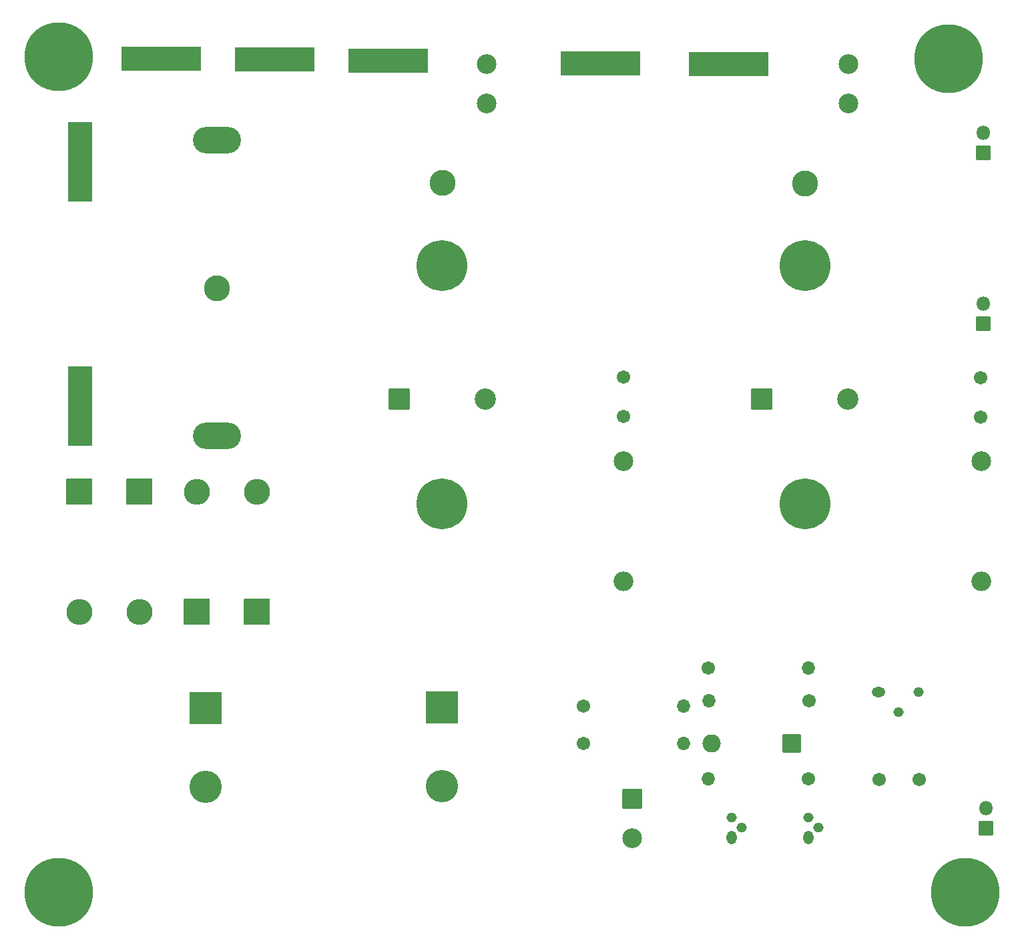
<source format=gbr>
G04 #@! TF.GenerationSoftware,KiCad,Pcbnew,(6.0.4-0)*
G04 #@! TF.CreationDate,2024-04-01T10:42:15+11:00*
G04 #@! TF.ProjectId,EDUC-8 PSU,45445543-2d38-4205-9053-552e6b696361,rev?*
G04 #@! TF.SameCoordinates,Original*
G04 #@! TF.FileFunction,Soldermask,Bot*
G04 #@! TF.FilePolarity,Negative*
%FSLAX46Y46*%
G04 Gerber Fmt 4.6, Leading zero omitted, Abs format (unit mm)*
G04 Created by KiCad (PCBNEW (6.0.4-0)) date 2024-04-01 10:42:15*
%MOMM*%
%LPD*%
G01*
G04 APERTURE LIST*
G04 Aperture macros list*
%AMRoundRect*
0 Rectangle with rounded corners*
0 $1 Rounding radius*
0 $2 $3 $4 $5 $6 $7 $8 $9 X,Y pos of 4 corners*
0 Add a 4 corners polygon primitive as box body*
4,1,4,$2,$3,$4,$5,$6,$7,$8,$9,$2,$3,0*
0 Add four circle primitives for the rounded corners*
1,1,$1+$1,$2,$3*
1,1,$1+$1,$4,$5*
1,1,$1+$1,$6,$7*
1,1,$1+$1,$8,$9*
0 Add four rect primitives between the rounded corners*
20,1,$1+$1,$2,$3,$4,$5,0*
20,1,$1+$1,$4,$5,$6,$7,0*
20,1,$1+$1,$6,$7,$8,$9,0*
20,1,$1+$1,$8,$9,$2,$3,0*%
G04 Aperture macros list end*
%ADD10O,1.702000X1.302000*%
%ADD11O,1.302000X1.302000*%
%ADD12RoundRect,0.051000X-2.000000X2.000000X-2.000000X-2.000000X2.000000X-2.000000X2.000000X2.000000X0*%
%ADD13C,4.102000*%
%ADD14C,1.702000*%
%ADD15RoundRect,0.051000X-1.200000X1.200000X-1.200000X-1.200000X1.200000X-1.200000X1.200000X1.200000X0*%
%ADD16C,2.502000*%
%ADD17RoundRect,0.051000X1.600000X-1.600000X1.600000X1.600000X-1.600000X1.600000X-1.600000X-1.600000X0*%
%ADD18O,3.302000X3.302000*%
%ADD19RoundRect,0.051000X-1.600000X1.600000X-1.600000X-1.600000X1.600000X-1.600000X1.600000X1.600000X0*%
%ADD20O,1.302000X1.702000*%
%ADD21O,2.502000X2.502000*%
%ADD22RoundRect,0.051000X1.300000X-1.300000X1.300000X1.300000X-1.300000X1.300000X-1.300000X-1.300000X0*%
%ADD23C,2.702000*%
%ADD24C,6.452000*%
%ADD25C,1.002000*%
%ADD26C,8.702000*%
%ADD27C,3.302000*%
%ADD28RoundRect,0.051000X2.500000X1.500000X-2.500000X1.500000X-2.500000X-1.500000X2.500000X-1.500000X0*%
%ADD29RoundRect,0.051000X-1.500000X2.500000X-1.500000X-2.500000X1.500000X-2.500000X1.500000X2.500000X0*%
%ADD30O,6.102000X3.352000*%
%ADD31RoundRect,0.051000X-0.850000X0.850000X-0.850000X-0.850000X0.850000X-0.850000X0.850000X0.850000X0*%
%ADD32O,1.802000X1.802000*%
%ADD33O,1.702000X1.702000*%
%ADD34RoundRect,0.051000X1.100000X1.100000X-1.100000X1.100000X-1.100000X-1.100000X1.100000X-1.100000X0*%
%ADD35O,2.302000X2.302000*%
G04 APERTURE END LIST*
D10*
X157720000Y-118260000D03*
D11*
X160260000Y-120800000D03*
X162800000Y-118260000D03*
D12*
X102400000Y-120200000D03*
D13*
X102400000Y-130200000D03*
D12*
X72400000Y-120300000D03*
D13*
X72400000Y-130300000D03*
D14*
X170700000Y-78400000D03*
X170700000Y-83400000D03*
X125400000Y-78300000D03*
X125400000Y-83300000D03*
X162860000Y-129360000D03*
X157860000Y-129360000D03*
D15*
X126460000Y-131860000D03*
D16*
X126460000Y-136860000D03*
D17*
X71280000Y-108100000D03*
D18*
X71280000Y-92860000D03*
D17*
X78900000Y-108100000D03*
D18*
X78900000Y-92860000D03*
D19*
X64000000Y-92860000D03*
D18*
X64000000Y-108100000D03*
D19*
X56380000Y-92860000D03*
D18*
X56380000Y-108100000D03*
D20*
X139080000Y-136720000D03*
D11*
X140350000Y-135450000D03*
X139080000Y-134180000D03*
D20*
X148860000Y-136760000D03*
D11*
X150130000Y-135490000D03*
X148860000Y-134220000D03*
D16*
X170800000Y-89000000D03*
D21*
X170800000Y-104240000D03*
D16*
X125400000Y-88980000D03*
D21*
X125400000Y-104220000D03*
D16*
X153900000Y-38600000D03*
X153900000Y-43600000D03*
X108000000Y-38600000D03*
X108000000Y-43600000D03*
D22*
X142950000Y-81100000D03*
D23*
X153870000Y-81100000D03*
D24*
X148400000Y-94400000D03*
X148400000Y-64200000D03*
D25*
X56040419Y-145940419D03*
X53760000Y-140435000D03*
X56985000Y-143660000D03*
X51479581Y-145940419D03*
X53760000Y-146885000D03*
X56040419Y-141379581D03*
D26*
X53760000Y-143660000D03*
D25*
X51479581Y-141379581D03*
X50535000Y-143660000D03*
X51479581Y-35379581D03*
X53760000Y-34435000D03*
X56040419Y-39940419D03*
D26*
X53760000Y-37660000D03*
D25*
X51479581Y-39940419D03*
X50535000Y-37660000D03*
X56985000Y-37660000D03*
X53760000Y-40885000D03*
X56040419Y-35379581D03*
X169873000Y-37916000D03*
X164367581Y-35635581D03*
X166648000Y-34691000D03*
X163423000Y-37916000D03*
X168928419Y-40196419D03*
X166648000Y-41141000D03*
X168928419Y-35635581D03*
D26*
X166648000Y-37916000D03*
D25*
X164367581Y-40196419D03*
X171040419Y-145940419D03*
D26*
X168760000Y-143660000D03*
D25*
X166479581Y-141379581D03*
X166479581Y-145940419D03*
X171985000Y-143660000D03*
X171040419Y-141379581D03*
X168760000Y-140435000D03*
X165535000Y-143660000D03*
X168760000Y-146885000D03*
D27*
X102450000Y-53700000D03*
X148450000Y-53800000D03*
D22*
X96950000Y-81100000D03*
D23*
X107870000Y-81100000D03*
D24*
X102400000Y-64200000D03*
X102400000Y-94400000D03*
D28*
X125000000Y-38500000D03*
X120000000Y-38500000D03*
X141200000Y-38600000D03*
X136200000Y-38600000D03*
X83660000Y-38060000D03*
X78660000Y-38060000D03*
X98060000Y-38160000D03*
X93060000Y-38160000D03*
X69260000Y-37960000D03*
X64260000Y-37960000D03*
D29*
X56500000Y-53500000D03*
X56500000Y-48500000D03*
X56500000Y-79500000D03*
X56500000Y-84500000D03*
D27*
X73800000Y-67050000D03*
D30*
X73800000Y-85800000D03*
X73800000Y-48300000D03*
D31*
X171060000Y-71560000D03*
D32*
X171060000Y-69020000D03*
D31*
X171360000Y-135560000D03*
D32*
X171360000Y-133020000D03*
D31*
X171060000Y-49860000D03*
D32*
X171060000Y-47320000D03*
D14*
X136135000Y-115200000D03*
D33*
X148835000Y-115200000D03*
D14*
X148860000Y-129260000D03*
D33*
X136160000Y-129260000D03*
D34*
X146720000Y-124760000D03*
D35*
X136560000Y-124760000D03*
D14*
X120285000Y-120060000D03*
D33*
X132985000Y-120060000D03*
D14*
X148910000Y-119360000D03*
D33*
X136210000Y-119360000D03*
D14*
X120310000Y-124760000D03*
D33*
X133010000Y-124760000D03*
M02*

</source>
